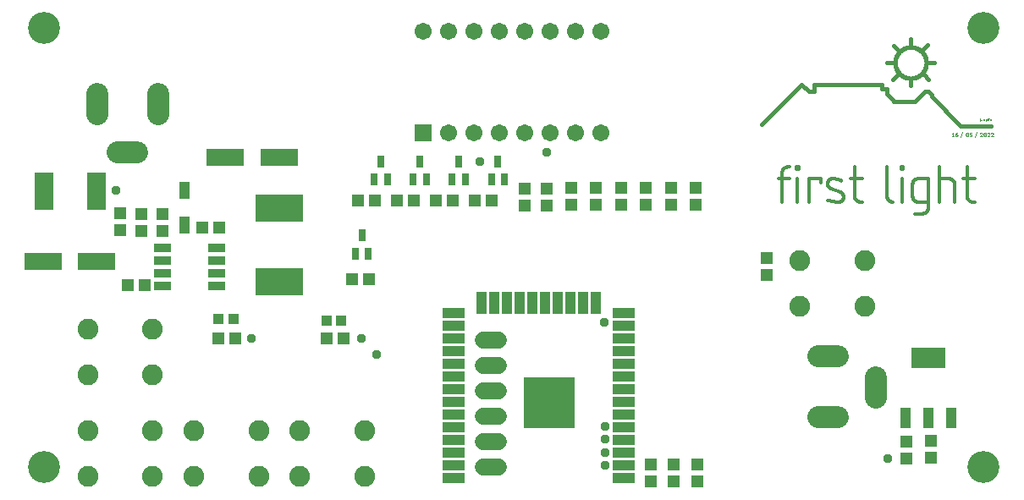
<source format=gbr>
G04 EAGLE Gerber RS-274X export*
G75*
%MOMM*%
%FSLAX34Y34*%
%LPD*%
%INSoldermask Top*%
%IPPOS*%
%AMOC8*
5,1,8,0,0,1.08239X$1,22.5*%
G01*
%ADD10C,3.203200*%
%ADD11C,0.406400*%
%ADD12C,0.025400*%
%ADD13C,0.304800*%
%ADD14R,1.203200X1.303200*%
%ADD15R,3.703200X1.803200*%
%ADD16R,1.303200X1.203200*%
%ADD17R,1.003200X1.803200*%
%ADD18R,1.981200X3.708400*%
%ADD19R,1.728200X0.903200*%
%ADD20C,2.203200*%
%ADD21R,1.003200X1.003200*%
%ADD22R,1.103200X2.003200*%
%ADD23R,3.403200X2.003200*%
%ADD24C,2.082800*%
%ADD25R,0.703200X1.203200*%
%ADD26R,1.711200X1.711200*%
%ADD27C,1.711200*%
%ADD28R,4.703200X2.703200*%
%ADD29R,2.203200X1.103200*%
%ADD30R,1.103200X2.203200*%
%ADD31R,5.203200X5.203200*%
%ADD32C,1.727200*%
%ADD33C,0.959600*%


D10*
X970000Y470000D03*
X970000Y30000D03*
X30000Y470000D03*
X30000Y30000D03*
D11*
X947000Y372000D02*
X977000Y372000D01*
X788000Y413000D02*
X748000Y373000D01*
X788000Y413000D02*
X795000Y406000D01*
X800000Y406000D01*
X800000Y413000D01*
X868000Y413000D01*
X868000Y409000D01*
X873000Y409000D01*
X873000Y404000D01*
X880000Y397000D01*
X880000Y396000D01*
X901000Y396000D01*
X911000Y406000D01*
X915000Y406000D01*
X918000Y403000D01*
X918000Y401000D01*
X947000Y372000D01*
X881380Y435000D02*
X881385Y435383D01*
X881399Y435766D01*
X881422Y436149D01*
X881455Y436531D01*
X881497Y436912D01*
X881549Y437292D01*
X881610Y437670D01*
X881680Y438047D01*
X881760Y438422D01*
X881848Y438795D01*
X881946Y439166D01*
X882053Y439534D01*
X882168Y439900D01*
X882293Y440262D01*
X882427Y440622D01*
X882569Y440978D01*
X882720Y441330D01*
X882880Y441678D01*
X883048Y442023D01*
X883224Y442363D01*
X883409Y442699D01*
X883602Y443030D01*
X883803Y443357D01*
X884012Y443678D01*
X884229Y443994D01*
X884454Y444305D01*
X884686Y444610D01*
X884926Y444909D01*
X885172Y445203D01*
X885426Y445490D01*
X885687Y445771D01*
X885955Y446045D01*
X886229Y446313D01*
X886510Y446574D01*
X886797Y446828D01*
X887091Y447074D01*
X887390Y447314D01*
X887695Y447546D01*
X888006Y447771D01*
X888322Y447988D01*
X888643Y448197D01*
X888970Y448398D01*
X889301Y448591D01*
X889637Y448776D01*
X889977Y448952D01*
X890322Y449120D01*
X890670Y449280D01*
X891022Y449431D01*
X891378Y449573D01*
X891738Y449707D01*
X892100Y449832D01*
X892466Y449947D01*
X892834Y450054D01*
X893205Y450152D01*
X893578Y450240D01*
X893953Y450320D01*
X894330Y450390D01*
X894708Y450451D01*
X895088Y450503D01*
X895469Y450545D01*
X895851Y450578D01*
X896234Y450601D01*
X896617Y450615D01*
X897000Y450620D01*
X897383Y450615D01*
X897766Y450601D01*
X898149Y450578D01*
X898531Y450545D01*
X898912Y450503D01*
X899292Y450451D01*
X899670Y450390D01*
X900047Y450320D01*
X900422Y450240D01*
X900795Y450152D01*
X901166Y450054D01*
X901534Y449947D01*
X901900Y449832D01*
X902262Y449707D01*
X902622Y449573D01*
X902978Y449431D01*
X903330Y449280D01*
X903678Y449120D01*
X904023Y448952D01*
X904363Y448776D01*
X904699Y448591D01*
X905030Y448398D01*
X905357Y448197D01*
X905678Y447988D01*
X905994Y447771D01*
X906305Y447546D01*
X906610Y447314D01*
X906909Y447074D01*
X907203Y446828D01*
X907490Y446574D01*
X907771Y446313D01*
X908045Y446045D01*
X908313Y445771D01*
X908574Y445490D01*
X908828Y445203D01*
X909074Y444909D01*
X909314Y444610D01*
X909546Y444305D01*
X909771Y443994D01*
X909988Y443678D01*
X910197Y443357D01*
X910398Y443030D01*
X910591Y442699D01*
X910776Y442363D01*
X910952Y442023D01*
X911120Y441678D01*
X911280Y441330D01*
X911431Y440978D01*
X911573Y440622D01*
X911707Y440262D01*
X911832Y439900D01*
X911947Y439534D01*
X912054Y439166D01*
X912152Y438795D01*
X912240Y438422D01*
X912320Y438047D01*
X912390Y437670D01*
X912451Y437292D01*
X912503Y436912D01*
X912545Y436531D01*
X912578Y436149D01*
X912601Y435766D01*
X912615Y435383D01*
X912620Y435000D01*
X912615Y434617D01*
X912601Y434234D01*
X912578Y433851D01*
X912545Y433469D01*
X912503Y433088D01*
X912451Y432708D01*
X912390Y432330D01*
X912320Y431953D01*
X912240Y431578D01*
X912152Y431205D01*
X912054Y430834D01*
X911947Y430466D01*
X911832Y430100D01*
X911707Y429738D01*
X911573Y429378D01*
X911431Y429022D01*
X911280Y428670D01*
X911120Y428322D01*
X910952Y427977D01*
X910776Y427637D01*
X910591Y427301D01*
X910398Y426970D01*
X910197Y426643D01*
X909988Y426322D01*
X909771Y426006D01*
X909546Y425695D01*
X909314Y425390D01*
X909074Y425091D01*
X908828Y424797D01*
X908574Y424510D01*
X908313Y424229D01*
X908045Y423955D01*
X907771Y423687D01*
X907490Y423426D01*
X907203Y423172D01*
X906909Y422926D01*
X906610Y422686D01*
X906305Y422454D01*
X905994Y422229D01*
X905678Y422012D01*
X905357Y421803D01*
X905030Y421602D01*
X904699Y421409D01*
X904363Y421224D01*
X904023Y421048D01*
X903678Y420880D01*
X903330Y420720D01*
X902978Y420569D01*
X902622Y420427D01*
X902262Y420293D01*
X901900Y420168D01*
X901534Y420053D01*
X901166Y419946D01*
X900795Y419848D01*
X900422Y419760D01*
X900047Y419680D01*
X899670Y419610D01*
X899292Y419549D01*
X898912Y419497D01*
X898531Y419455D01*
X898149Y419422D01*
X897766Y419399D01*
X897383Y419385D01*
X897000Y419380D01*
X896617Y419385D01*
X896234Y419399D01*
X895851Y419422D01*
X895469Y419455D01*
X895088Y419497D01*
X894708Y419549D01*
X894330Y419610D01*
X893953Y419680D01*
X893578Y419760D01*
X893205Y419848D01*
X892834Y419946D01*
X892466Y420053D01*
X892100Y420168D01*
X891738Y420293D01*
X891378Y420427D01*
X891022Y420569D01*
X890670Y420720D01*
X890322Y420880D01*
X889977Y421048D01*
X889637Y421224D01*
X889301Y421409D01*
X888970Y421602D01*
X888643Y421803D01*
X888322Y422012D01*
X888006Y422229D01*
X887695Y422454D01*
X887390Y422686D01*
X887091Y422926D01*
X886797Y423172D01*
X886510Y423426D01*
X886229Y423687D01*
X885955Y423955D01*
X885687Y424229D01*
X885426Y424510D01*
X885172Y424797D01*
X884926Y425091D01*
X884686Y425390D01*
X884454Y425695D01*
X884229Y426006D01*
X884012Y426322D01*
X883803Y426643D01*
X883602Y426970D01*
X883409Y427301D01*
X883224Y427637D01*
X883048Y427977D01*
X882880Y428322D01*
X882720Y428670D01*
X882569Y429022D01*
X882427Y429378D01*
X882293Y429738D01*
X882168Y430100D01*
X882053Y430466D01*
X881946Y430834D01*
X881848Y431205D01*
X881760Y431578D01*
X881680Y431953D01*
X881610Y432330D01*
X881549Y432708D01*
X881497Y433088D01*
X881455Y433469D01*
X881422Y433851D01*
X881399Y434234D01*
X881385Y434617D01*
X881380Y435000D01*
X897000Y417000D02*
X897000Y412000D01*
X897000Y454000D02*
X897000Y459000D01*
X878000Y435000D02*
X873000Y435000D01*
X916000Y435000D02*
X921000Y435000D01*
X883000Y422000D02*
X879000Y418000D01*
X910000Y449000D02*
X914000Y453000D01*
X911000Y422000D02*
X915000Y418000D01*
X884000Y448000D02*
X880000Y452000D01*
D12*
X966635Y378651D02*
X966635Y376746D01*
X966633Y376709D01*
X966628Y376672D01*
X966619Y376635D01*
X966606Y376600D01*
X966590Y376566D01*
X966571Y376534D01*
X966549Y376504D01*
X966523Y376477D01*
X966496Y376451D01*
X966466Y376429D01*
X966434Y376410D01*
X966400Y376394D01*
X966365Y376381D01*
X966328Y376372D01*
X966291Y376367D01*
X966254Y376365D01*
X966127Y376365D01*
X966572Y379286D02*
X966572Y379413D01*
X966699Y379413D01*
X966699Y379286D01*
X966572Y379286D01*
X967530Y377254D02*
X967530Y377127D01*
X967530Y377254D02*
X967657Y377254D01*
X967657Y377127D01*
X967530Y377127D01*
X970108Y377127D02*
X969727Y378651D01*
X970489Y378143D02*
X970108Y377127D01*
X970870Y377127D02*
X970489Y378143D01*
X971251Y378651D02*
X970870Y377127D01*
X972115Y376365D02*
X972369Y376365D01*
X973131Y378651D01*
X972115Y378651D02*
X972623Y377127D01*
X974044Y377508D02*
X974044Y379413D01*
X974044Y377508D02*
X974046Y377471D01*
X974051Y377434D01*
X974060Y377397D01*
X974073Y377362D01*
X974089Y377328D01*
X974108Y377296D01*
X974130Y377266D01*
X974156Y377239D01*
X974183Y377213D01*
X974213Y377191D01*
X974245Y377172D01*
X974279Y377156D01*
X974314Y377143D01*
X974351Y377134D01*
X974388Y377129D01*
X974425Y377127D01*
X975214Y377127D02*
X975214Y378651D01*
X975150Y379286D02*
X975150Y379413D01*
X975277Y379413D01*
X975277Y379286D01*
X975150Y379286D01*
X976534Y377127D02*
X977169Y377127D01*
X976534Y377127D02*
X976497Y377129D01*
X976460Y377134D01*
X976423Y377143D01*
X976388Y377156D01*
X976354Y377172D01*
X976322Y377191D01*
X976292Y377213D01*
X976265Y377239D01*
X976239Y377266D01*
X976217Y377296D01*
X976198Y377328D01*
X976182Y377362D01*
X976169Y377397D01*
X976160Y377434D01*
X976155Y377471D01*
X976153Y377508D01*
X976153Y378143D01*
X976155Y378187D01*
X976161Y378231D01*
X976170Y378274D01*
X976184Y378317D01*
X976201Y378358D01*
X976221Y378397D01*
X976245Y378434D01*
X976272Y378470D01*
X976302Y378502D01*
X976334Y378532D01*
X976370Y378559D01*
X976407Y378583D01*
X976446Y378603D01*
X976487Y378620D01*
X976530Y378634D01*
X976573Y378643D01*
X976617Y378649D01*
X976661Y378651D01*
X976705Y378649D01*
X976749Y378643D01*
X976792Y378634D01*
X976835Y378620D01*
X976876Y378603D01*
X976915Y378583D01*
X976952Y378559D01*
X976988Y378532D01*
X977020Y378502D01*
X977050Y378470D01*
X977077Y378434D01*
X977101Y378397D01*
X977121Y378358D01*
X977138Y378317D01*
X977152Y378274D01*
X977161Y378231D01*
X977167Y378187D01*
X977169Y378143D01*
X977169Y377889D01*
X976153Y377889D01*
X939185Y364937D02*
X938127Y364090D01*
X939185Y364937D02*
X939185Y361127D01*
X938127Y361127D02*
X940244Y361127D01*
X941785Y363244D02*
X943055Y363244D01*
X943110Y363242D01*
X943166Y363237D01*
X943220Y363228D01*
X943274Y363215D01*
X943327Y363199D01*
X943379Y363180D01*
X943430Y363157D01*
X943479Y363131D01*
X943526Y363101D01*
X943571Y363069D01*
X943613Y363034D01*
X943654Y362996D01*
X943692Y362955D01*
X943727Y362913D01*
X943759Y362868D01*
X943789Y362821D01*
X943815Y362772D01*
X943838Y362721D01*
X943857Y362669D01*
X943873Y362616D01*
X943886Y362562D01*
X943895Y362508D01*
X943900Y362452D01*
X943902Y362397D01*
X943901Y362397D02*
X943901Y362185D01*
X943899Y362121D01*
X943893Y362057D01*
X943884Y361994D01*
X943870Y361932D01*
X943853Y361870D01*
X943832Y361810D01*
X943808Y361751D01*
X943780Y361693D01*
X943748Y361638D01*
X943714Y361584D01*
X943676Y361533D01*
X943635Y361483D01*
X943591Y361437D01*
X943545Y361393D01*
X943495Y361352D01*
X943444Y361314D01*
X943390Y361280D01*
X943335Y361248D01*
X943277Y361220D01*
X943218Y361196D01*
X943158Y361175D01*
X943096Y361158D01*
X943034Y361144D01*
X942971Y361135D01*
X942907Y361129D01*
X942843Y361127D01*
X942779Y361129D01*
X942715Y361135D01*
X942652Y361144D01*
X942590Y361158D01*
X942528Y361175D01*
X942468Y361196D01*
X942409Y361220D01*
X942351Y361248D01*
X942296Y361280D01*
X942242Y361314D01*
X942191Y361352D01*
X942141Y361393D01*
X942095Y361437D01*
X942051Y361483D01*
X942010Y361533D01*
X941972Y361584D01*
X941938Y361638D01*
X941906Y361693D01*
X941878Y361751D01*
X941854Y361810D01*
X941833Y361870D01*
X941816Y361932D01*
X941802Y361994D01*
X941793Y362057D01*
X941787Y362121D01*
X941785Y362185D01*
X941785Y363244D01*
X941787Y363325D01*
X941793Y363405D01*
X941802Y363485D01*
X941816Y363564D01*
X941833Y363643D01*
X941854Y363721D01*
X941878Y363798D01*
X941906Y363873D01*
X941938Y363947D01*
X941973Y364020D01*
X942012Y364090D01*
X942054Y364159D01*
X942099Y364226D01*
X942147Y364291D01*
X942199Y364353D01*
X942253Y364412D01*
X942310Y364469D01*
X942369Y364523D01*
X942431Y364575D01*
X942496Y364623D01*
X942563Y364668D01*
X942631Y364710D01*
X942702Y364749D01*
X942775Y364784D01*
X942849Y364816D01*
X942924Y364844D01*
X943001Y364868D01*
X943079Y364889D01*
X943158Y364906D01*
X943237Y364920D01*
X943317Y364929D01*
X943397Y364935D01*
X943478Y364937D01*
X948932Y365360D02*
X947239Y360704D01*
X952269Y363032D02*
X952271Y363142D01*
X952277Y363251D01*
X952286Y363360D01*
X952300Y363469D01*
X952317Y363577D01*
X952338Y363685D01*
X952362Y363791D01*
X952391Y363897D01*
X952423Y364002D01*
X952458Y364106D01*
X952497Y364208D01*
X952540Y364309D01*
X952587Y364408D01*
X952607Y364458D01*
X952629Y364507D01*
X952655Y364555D01*
X952684Y364600D01*
X952717Y364643D01*
X952752Y364684D01*
X952790Y364723D01*
X952830Y364758D01*
X952873Y364791D01*
X952918Y364821D01*
X952965Y364848D01*
X953013Y364871D01*
X953063Y364891D01*
X953115Y364907D01*
X953167Y364920D01*
X953220Y364930D01*
X953274Y364935D01*
X953328Y364937D01*
X953382Y364935D01*
X953436Y364930D01*
X953489Y364920D01*
X953541Y364907D01*
X953593Y364891D01*
X953643Y364871D01*
X953691Y364848D01*
X953738Y364821D01*
X953783Y364791D01*
X953826Y364758D01*
X953866Y364723D01*
X953904Y364684D01*
X953939Y364643D01*
X953972Y364600D01*
X954001Y364555D01*
X954027Y364507D01*
X954049Y364458D01*
X954069Y364408D01*
X954116Y364309D01*
X954159Y364208D01*
X954198Y364106D01*
X954233Y364002D01*
X954265Y363897D01*
X954294Y363791D01*
X954318Y363685D01*
X954339Y363577D01*
X954356Y363469D01*
X954370Y363360D01*
X954379Y363251D01*
X954385Y363142D01*
X954387Y363032D01*
X952269Y363032D02*
X952271Y362922D01*
X952277Y362813D01*
X952286Y362704D01*
X952300Y362595D01*
X952317Y362487D01*
X952338Y362379D01*
X952362Y362273D01*
X952391Y362167D01*
X952423Y362062D01*
X952458Y361959D01*
X952497Y361856D01*
X952540Y361755D01*
X952587Y361656D01*
X952607Y361606D01*
X952629Y361557D01*
X952655Y361509D01*
X952684Y361464D01*
X952717Y361421D01*
X952752Y361380D01*
X952790Y361341D01*
X952830Y361306D01*
X952873Y361273D01*
X952918Y361243D01*
X952965Y361216D01*
X953013Y361193D01*
X953063Y361173D01*
X953115Y361157D01*
X953167Y361144D01*
X953220Y361134D01*
X953274Y361129D01*
X953328Y361127D01*
X954068Y361656D02*
X954115Y361755D01*
X954158Y361856D01*
X954197Y361959D01*
X954232Y362062D01*
X954264Y362167D01*
X954293Y362273D01*
X954317Y362379D01*
X954338Y362487D01*
X954355Y362595D01*
X954369Y362704D01*
X954378Y362813D01*
X954384Y362922D01*
X954386Y363032D01*
X954069Y361656D02*
X954049Y361606D01*
X954027Y361557D01*
X954001Y361509D01*
X953972Y361464D01*
X953939Y361421D01*
X953904Y361380D01*
X953866Y361341D01*
X953826Y361306D01*
X953783Y361273D01*
X953738Y361243D01*
X953691Y361216D01*
X953643Y361193D01*
X953593Y361173D01*
X953541Y361157D01*
X953489Y361144D01*
X953436Y361134D01*
X953382Y361129D01*
X953328Y361127D01*
X952481Y361974D02*
X954175Y364090D01*
X955927Y361127D02*
X957197Y361127D01*
X957252Y361129D01*
X957308Y361134D01*
X957362Y361143D01*
X957416Y361156D01*
X957469Y361172D01*
X957521Y361191D01*
X957572Y361214D01*
X957621Y361240D01*
X957668Y361270D01*
X957713Y361302D01*
X957755Y361337D01*
X957796Y361375D01*
X957834Y361416D01*
X957869Y361458D01*
X957901Y361503D01*
X957931Y361551D01*
X957957Y361599D01*
X957980Y361650D01*
X957999Y361702D01*
X958015Y361755D01*
X958028Y361809D01*
X958037Y361863D01*
X958042Y361919D01*
X958044Y361974D01*
X958044Y362397D01*
X958042Y362452D01*
X958037Y362508D01*
X958028Y362562D01*
X958015Y362616D01*
X957999Y362669D01*
X957980Y362721D01*
X957957Y362772D01*
X957931Y362821D01*
X957901Y362868D01*
X957869Y362913D01*
X957834Y362955D01*
X957796Y362996D01*
X957755Y363034D01*
X957713Y363069D01*
X957668Y363101D01*
X957621Y363131D01*
X957572Y363157D01*
X957521Y363180D01*
X957469Y363199D01*
X957416Y363215D01*
X957362Y363228D01*
X957308Y363237D01*
X957252Y363242D01*
X957197Y363244D01*
X955927Y363244D01*
X955927Y364937D01*
X958044Y364937D01*
X963075Y365360D02*
X961381Y360704D01*
X967576Y364938D02*
X967636Y364936D01*
X967695Y364930D01*
X967755Y364921D01*
X967813Y364908D01*
X967870Y364891D01*
X967927Y364871D01*
X967982Y364847D01*
X968035Y364820D01*
X968087Y364790D01*
X968136Y364756D01*
X968183Y364719D01*
X968228Y364680D01*
X968271Y364637D01*
X968310Y364592D01*
X968347Y364545D01*
X968381Y364496D01*
X968411Y364444D01*
X968438Y364391D01*
X968462Y364336D01*
X968482Y364279D01*
X968499Y364222D01*
X968512Y364164D01*
X968521Y364104D01*
X968527Y364045D01*
X968529Y363985D01*
X967576Y364937D02*
X967509Y364935D01*
X967442Y364930D01*
X967376Y364921D01*
X967310Y364908D01*
X967246Y364892D01*
X967182Y364872D01*
X967119Y364848D01*
X967057Y364822D01*
X966998Y364792D01*
X966940Y364759D01*
X966883Y364722D01*
X966829Y364683D01*
X966777Y364641D01*
X966728Y364596D01*
X966681Y364548D01*
X966637Y364498D01*
X966595Y364445D01*
X966557Y364390D01*
X966521Y364334D01*
X966489Y364275D01*
X966460Y364215D01*
X966434Y364153D01*
X966412Y364090D01*
X968212Y363244D02*
X968253Y363286D01*
X968292Y363331D01*
X968329Y363377D01*
X968363Y363426D01*
X968394Y363476D01*
X968421Y363528D01*
X968446Y363582D01*
X968468Y363637D01*
X968487Y363693D01*
X968502Y363750D01*
X968514Y363808D01*
X968522Y363867D01*
X968527Y363926D01*
X968529Y363985D01*
X968211Y363244D02*
X966412Y361127D01*
X968529Y361127D01*
X970069Y363032D02*
X970071Y363142D01*
X970077Y363251D01*
X970086Y363360D01*
X970100Y363469D01*
X970117Y363577D01*
X970138Y363685D01*
X970162Y363791D01*
X970191Y363897D01*
X970223Y364002D01*
X970258Y364106D01*
X970297Y364208D01*
X970340Y364309D01*
X970387Y364408D01*
X970407Y364458D01*
X970429Y364507D01*
X970455Y364555D01*
X970484Y364600D01*
X970517Y364643D01*
X970552Y364684D01*
X970590Y364723D01*
X970630Y364758D01*
X970673Y364791D01*
X970718Y364821D01*
X970765Y364848D01*
X970813Y364871D01*
X970863Y364891D01*
X970915Y364907D01*
X970967Y364920D01*
X971020Y364930D01*
X971074Y364935D01*
X971128Y364937D01*
X971182Y364935D01*
X971236Y364930D01*
X971289Y364920D01*
X971341Y364907D01*
X971393Y364891D01*
X971443Y364871D01*
X971491Y364848D01*
X971538Y364821D01*
X971583Y364791D01*
X971626Y364758D01*
X971666Y364723D01*
X971704Y364684D01*
X971739Y364643D01*
X971772Y364600D01*
X971801Y364555D01*
X971827Y364507D01*
X971849Y364458D01*
X971869Y364408D01*
X971916Y364309D01*
X971959Y364208D01*
X971998Y364106D01*
X972033Y364002D01*
X972065Y363897D01*
X972094Y363791D01*
X972118Y363685D01*
X972139Y363577D01*
X972156Y363469D01*
X972170Y363360D01*
X972179Y363251D01*
X972185Y363142D01*
X972187Y363032D01*
X970070Y363032D02*
X970072Y362922D01*
X970078Y362813D01*
X970087Y362704D01*
X970101Y362595D01*
X970118Y362487D01*
X970139Y362379D01*
X970163Y362273D01*
X970192Y362167D01*
X970224Y362062D01*
X970259Y361959D01*
X970298Y361856D01*
X970341Y361755D01*
X970388Y361656D01*
X970387Y361656D02*
X970407Y361606D01*
X970429Y361557D01*
X970455Y361509D01*
X970484Y361464D01*
X970517Y361421D01*
X970552Y361380D01*
X970590Y361341D01*
X970630Y361306D01*
X970673Y361273D01*
X970718Y361243D01*
X970765Y361216D01*
X970813Y361193D01*
X970863Y361173D01*
X970915Y361157D01*
X970967Y361144D01*
X971020Y361134D01*
X971074Y361129D01*
X971128Y361127D01*
X971869Y361656D02*
X971916Y361755D01*
X971959Y361856D01*
X971998Y361959D01*
X972033Y362062D01*
X972065Y362167D01*
X972094Y362273D01*
X972118Y362379D01*
X972139Y362487D01*
X972156Y362595D01*
X972170Y362704D01*
X972179Y362813D01*
X972185Y362922D01*
X972187Y363032D01*
X971869Y361656D02*
X971849Y361606D01*
X971827Y361557D01*
X971801Y361509D01*
X971772Y361464D01*
X971739Y361421D01*
X971704Y361380D01*
X971666Y361341D01*
X971626Y361306D01*
X971583Y361273D01*
X971538Y361243D01*
X971491Y361216D01*
X971443Y361193D01*
X971393Y361173D01*
X971341Y361157D01*
X971289Y361144D01*
X971236Y361134D01*
X971182Y361129D01*
X971128Y361127D01*
X970282Y361974D02*
X971975Y364090D01*
X974892Y364938D02*
X974952Y364936D01*
X975011Y364930D01*
X975071Y364921D01*
X975129Y364908D01*
X975186Y364891D01*
X975243Y364871D01*
X975298Y364847D01*
X975351Y364820D01*
X975403Y364790D01*
X975452Y364756D01*
X975499Y364719D01*
X975544Y364680D01*
X975587Y364637D01*
X975626Y364592D01*
X975663Y364545D01*
X975697Y364496D01*
X975727Y364444D01*
X975754Y364391D01*
X975778Y364336D01*
X975798Y364279D01*
X975815Y364222D01*
X975828Y364164D01*
X975837Y364104D01*
X975843Y364045D01*
X975845Y363985D01*
X974892Y364937D02*
X974825Y364935D01*
X974758Y364930D01*
X974692Y364921D01*
X974626Y364908D01*
X974562Y364892D01*
X974498Y364872D01*
X974435Y364848D01*
X974373Y364822D01*
X974314Y364792D01*
X974256Y364759D01*
X974199Y364722D01*
X974145Y364683D01*
X974093Y364641D01*
X974044Y364596D01*
X973997Y364548D01*
X973953Y364498D01*
X973911Y364445D01*
X973873Y364390D01*
X973837Y364334D01*
X973805Y364275D01*
X973776Y364215D01*
X973750Y364153D01*
X973728Y364090D01*
X975527Y363244D02*
X975568Y363286D01*
X975607Y363331D01*
X975644Y363377D01*
X975678Y363426D01*
X975709Y363476D01*
X975736Y363528D01*
X975761Y363582D01*
X975783Y363637D01*
X975802Y363693D01*
X975817Y363750D01*
X975829Y363808D01*
X975837Y363867D01*
X975842Y363926D01*
X975844Y363985D01*
X975527Y363244D02*
X973727Y361127D01*
X975844Y361127D01*
X979502Y363985D02*
X979500Y364045D01*
X979494Y364104D01*
X979485Y364164D01*
X979472Y364222D01*
X979455Y364279D01*
X979435Y364336D01*
X979411Y364391D01*
X979384Y364444D01*
X979354Y364496D01*
X979320Y364545D01*
X979283Y364592D01*
X979244Y364637D01*
X979201Y364680D01*
X979156Y364719D01*
X979109Y364756D01*
X979060Y364790D01*
X979008Y364820D01*
X978955Y364847D01*
X978900Y364871D01*
X978843Y364891D01*
X978786Y364908D01*
X978728Y364921D01*
X978668Y364930D01*
X978609Y364936D01*
X978549Y364938D01*
X978549Y364937D02*
X978482Y364935D01*
X978415Y364930D01*
X978349Y364921D01*
X978283Y364908D01*
X978219Y364892D01*
X978155Y364872D01*
X978092Y364848D01*
X978030Y364822D01*
X977971Y364792D01*
X977913Y364759D01*
X977856Y364722D01*
X977802Y364683D01*
X977750Y364641D01*
X977701Y364596D01*
X977654Y364548D01*
X977610Y364498D01*
X977568Y364445D01*
X977530Y364390D01*
X977494Y364334D01*
X977462Y364275D01*
X977433Y364215D01*
X977407Y364153D01*
X977385Y364090D01*
X979185Y363244D02*
X979226Y363286D01*
X979265Y363331D01*
X979302Y363377D01*
X979336Y363426D01*
X979367Y363476D01*
X979394Y363528D01*
X979419Y363582D01*
X979441Y363637D01*
X979460Y363693D01*
X979475Y363750D01*
X979487Y363808D01*
X979495Y363867D01*
X979500Y363926D01*
X979502Y363985D01*
X979184Y363244D02*
X977385Y361127D01*
X979502Y361127D01*
D13*
X768419Y324734D02*
X768419Y295524D01*
X768419Y324734D02*
X768421Y324884D01*
X768427Y325035D01*
X768436Y325185D01*
X768450Y325335D01*
X768467Y325484D01*
X768489Y325633D01*
X768514Y325781D01*
X768543Y325929D01*
X768575Y326076D01*
X768612Y326222D01*
X768652Y326367D01*
X768696Y326511D01*
X768743Y326653D01*
X768795Y326795D01*
X768849Y326935D01*
X768908Y327073D01*
X768970Y327211D01*
X769035Y327346D01*
X769104Y327480D01*
X769177Y327611D01*
X769253Y327741D01*
X769332Y327869D01*
X769414Y327995D01*
X769500Y328119D01*
X769588Y328240D01*
X769680Y328360D01*
X769775Y328476D01*
X769873Y328591D01*
X769974Y328702D01*
X770077Y328811D01*
X770184Y328918D01*
X770293Y329021D01*
X770404Y329122D01*
X770519Y329220D01*
X770635Y329315D01*
X770755Y329407D01*
X770876Y329495D01*
X771000Y329581D01*
X771126Y329663D01*
X771254Y329742D01*
X771384Y329818D01*
X771515Y329891D01*
X771649Y329960D01*
X771784Y330025D01*
X771922Y330087D01*
X772060Y330146D01*
X772200Y330200D01*
X772342Y330252D01*
X772484Y330299D01*
X772628Y330343D01*
X772773Y330383D01*
X772919Y330420D01*
X773066Y330452D01*
X773214Y330481D01*
X773362Y330506D01*
X773511Y330528D01*
X773660Y330545D01*
X773810Y330559D01*
X773960Y330568D01*
X774111Y330574D01*
X774261Y330576D01*
X776208Y330576D01*
X776208Y318892D02*
X764524Y318892D01*
X783828Y318892D02*
X783828Y295524D01*
X782854Y328629D02*
X782854Y330576D01*
X784802Y330576D01*
X784802Y328629D01*
X782854Y328629D01*
X795055Y318892D02*
X795055Y295524D01*
X795055Y318892D02*
X806739Y318892D01*
X806739Y314997D01*
X817060Y309155D02*
X826796Y305261D01*
X817060Y309155D02*
X816929Y309210D01*
X816800Y309268D01*
X816673Y309329D01*
X816547Y309394D01*
X816423Y309463D01*
X816301Y309535D01*
X816182Y309611D01*
X816064Y309690D01*
X815949Y309772D01*
X815836Y309857D01*
X815725Y309945D01*
X815617Y310037D01*
X815512Y310131D01*
X815409Y310229D01*
X815309Y310329D01*
X815212Y310432D01*
X815118Y310538D01*
X815027Y310646D01*
X814939Y310757D01*
X814854Y310870D01*
X814772Y310986D01*
X814694Y311103D01*
X814619Y311223D01*
X814547Y311345D01*
X814479Y311469D01*
X814414Y311595D01*
X814353Y311723D01*
X814295Y311852D01*
X814241Y311983D01*
X814191Y312115D01*
X814144Y312249D01*
X814101Y312384D01*
X814062Y312520D01*
X814027Y312657D01*
X813996Y312795D01*
X813969Y312934D01*
X813945Y313073D01*
X813925Y313214D01*
X813910Y313354D01*
X813898Y313495D01*
X813890Y313637D01*
X813886Y313778D01*
X813887Y313920D01*
X813891Y314061D01*
X813899Y314202D01*
X813911Y314343D01*
X813927Y314484D01*
X813947Y314624D01*
X813971Y314764D01*
X813998Y314902D01*
X814030Y315040D01*
X814066Y315177D01*
X814105Y315313D01*
X814148Y315448D01*
X814195Y315582D01*
X814245Y315714D01*
X814300Y315845D01*
X814358Y315974D01*
X814419Y316101D01*
X814484Y316227D01*
X814553Y316351D01*
X814625Y316473D01*
X814700Y316592D01*
X814779Y316710D01*
X814861Y316825D01*
X814946Y316938D01*
X815035Y317049D01*
X815126Y317157D01*
X815220Y317263D01*
X815318Y317365D01*
X815418Y317465D01*
X815521Y317563D01*
X815626Y317657D01*
X815735Y317748D01*
X815845Y317836D01*
X815958Y317921D01*
X816074Y318003D01*
X816192Y318082D01*
X816311Y318157D01*
X816433Y318229D01*
X816557Y318297D01*
X816683Y318362D01*
X816811Y318423D01*
X816940Y318481D01*
X817071Y318535D01*
X817203Y318586D01*
X817337Y318632D01*
X817471Y318675D01*
X817607Y318714D01*
X817745Y318750D01*
X817883Y318781D01*
X818021Y318809D01*
X818161Y318832D01*
X818301Y318852D01*
X818442Y318868D01*
X818583Y318880D01*
X818724Y318888D01*
X818866Y318892D01*
X819007Y318891D01*
X819007Y318892D02*
X819538Y318878D01*
X820069Y318851D01*
X820600Y318811D01*
X821129Y318759D01*
X821657Y318694D01*
X822183Y318617D01*
X822707Y318526D01*
X823228Y318424D01*
X823747Y318308D01*
X824264Y318180D01*
X824776Y318040D01*
X825286Y317888D01*
X825791Y317723D01*
X826293Y317546D01*
X826790Y317358D01*
X827282Y317157D01*
X827770Y316944D01*
X826796Y305261D02*
X826927Y305206D01*
X827056Y305148D01*
X827183Y305087D01*
X827309Y305022D01*
X827433Y304953D01*
X827554Y304881D01*
X827674Y304805D01*
X827792Y304726D01*
X827907Y304644D01*
X828020Y304559D01*
X828131Y304471D01*
X828239Y304379D01*
X828344Y304285D01*
X828447Y304187D01*
X828547Y304087D01*
X828644Y303984D01*
X828738Y303878D01*
X828829Y303770D01*
X828917Y303659D01*
X829002Y303546D01*
X829084Y303430D01*
X829162Y303313D01*
X829237Y303193D01*
X829309Y303071D01*
X829377Y302947D01*
X829442Y302821D01*
X829503Y302693D01*
X829561Y302564D01*
X829615Y302433D01*
X829665Y302301D01*
X829712Y302167D01*
X829755Y302032D01*
X829794Y301896D01*
X829829Y301759D01*
X829860Y301621D01*
X829887Y301482D01*
X829911Y301343D01*
X829931Y301202D01*
X829946Y301062D01*
X829958Y300921D01*
X829966Y300779D01*
X829970Y300638D01*
X829969Y300496D01*
X829965Y300355D01*
X829957Y300214D01*
X829945Y300073D01*
X829929Y299932D01*
X829909Y299792D01*
X829885Y299652D01*
X829858Y299514D01*
X829826Y299376D01*
X829790Y299239D01*
X829751Y299103D01*
X829708Y298968D01*
X829661Y298834D01*
X829611Y298702D01*
X829556Y298571D01*
X829498Y298442D01*
X829437Y298315D01*
X829372Y298189D01*
X829303Y298065D01*
X829231Y297943D01*
X829156Y297824D01*
X829077Y297706D01*
X828995Y297591D01*
X828910Y297478D01*
X828821Y297367D01*
X828730Y297259D01*
X828636Y297153D01*
X828538Y297051D01*
X828438Y296951D01*
X828335Y296853D01*
X828230Y296759D01*
X828122Y296668D01*
X828011Y296580D01*
X827898Y296495D01*
X827782Y296413D01*
X827664Y296334D01*
X827545Y296259D01*
X827423Y296187D01*
X827299Y296119D01*
X827173Y296054D01*
X827045Y295993D01*
X826916Y295935D01*
X826785Y295881D01*
X826653Y295830D01*
X826519Y295784D01*
X826385Y295741D01*
X826249Y295702D01*
X826111Y295666D01*
X825973Y295635D01*
X825835Y295607D01*
X825695Y295584D01*
X825555Y295564D01*
X825414Y295548D01*
X825273Y295536D01*
X825132Y295528D01*
X824990Y295524D01*
X824849Y295525D01*
X824849Y295524D02*
X824069Y295545D01*
X823288Y295584D01*
X822509Y295641D01*
X821732Y295717D01*
X820957Y295811D01*
X820184Y295923D01*
X819414Y296054D01*
X818647Y296202D01*
X817884Y296369D01*
X817125Y296554D01*
X816370Y296757D01*
X815621Y296978D01*
X814877Y297216D01*
X814139Y297472D01*
X837083Y318892D02*
X848767Y318892D01*
X840978Y330576D02*
X840978Y301366D01*
X840980Y301216D01*
X840986Y301065D01*
X840995Y300915D01*
X841009Y300765D01*
X841026Y300616D01*
X841048Y300467D01*
X841073Y300319D01*
X841102Y300171D01*
X841134Y300024D01*
X841171Y299878D01*
X841211Y299733D01*
X841255Y299589D01*
X841302Y299447D01*
X841354Y299305D01*
X841408Y299165D01*
X841467Y299027D01*
X841529Y298889D01*
X841594Y298754D01*
X841663Y298620D01*
X841736Y298489D01*
X841812Y298359D01*
X841891Y298231D01*
X841973Y298105D01*
X842059Y297981D01*
X842147Y297860D01*
X842239Y297740D01*
X842334Y297624D01*
X842432Y297509D01*
X842533Y297398D01*
X842636Y297289D01*
X842743Y297182D01*
X842852Y297079D01*
X842963Y296978D01*
X843078Y296880D01*
X843194Y296785D01*
X843314Y296693D01*
X843435Y296605D01*
X843559Y296519D01*
X843685Y296437D01*
X843813Y296358D01*
X843943Y296282D01*
X844074Y296209D01*
X844208Y296140D01*
X844343Y296075D01*
X844481Y296013D01*
X844619Y295954D01*
X844759Y295900D01*
X844901Y295848D01*
X845043Y295801D01*
X845187Y295757D01*
X845332Y295717D01*
X845478Y295680D01*
X845625Y295648D01*
X845773Y295619D01*
X845921Y295594D01*
X846070Y295572D01*
X846219Y295555D01*
X846369Y295541D01*
X846519Y295532D01*
X846670Y295526D01*
X846820Y295524D01*
X848767Y295524D01*
X873278Y301366D02*
X873278Y330576D01*
X873278Y301366D02*
X873280Y301216D01*
X873286Y301065D01*
X873295Y300915D01*
X873309Y300765D01*
X873326Y300616D01*
X873348Y300467D01*
X873373Y300319D01*
X873402Y300171D01*
X873434Y300024D01*
X873471Y299878D01*
X873511Y299733D01*
X873555Y299589D01*
X873602Y299447D01*
X873654Y299305D01*
X873708Y299165D01*
X873767Y299027D01*
X873829Y298889D01*
X873894Y298754D01*
X873963Y298620D01*
X874036Y298489D01*
X874112Y298359D01*
X874191Y298231D01*
X874273Y298105D01*
X874359Y297981D01*
X874447Y297860D01*
X874539Y297740D01*
X874634Y297624D01*
X874732Y297509D01*
X874833Y297398D01*
X874936Y297289D01*
X875043Y297182D01*
X875152Y297079D01*
X875263Y296978D01*
X875378Y296880D01*
X875494Y296785D01*
X875614Y296693D01*
X875735Y296605D01*
X875859Y296519D01*
X875985Y296437D01*
X876113Y296358D01*
X876243Y296282D01*
X876374Y296209D01*
X876508Y296140D01*
X876643Y296075D01*
X876781Y296013D01*
X876919Y295954D01*
X877059Y295900D01*
X877201Y295848D01*
X877343Y295801D01*
X877487Y295757D01*
X877632Y295717D01*
X877778Y295680D01*
X877925Y295648D01*
X878073Y295619D01*
X878221Y295594D01*
X878370Y295572D01*
X878519Y295555D01*
X878669Y295541D01*
X878819Y295532D01*
X878970Y295526D01*
X879120Y295524D01*
X888603Y295524D02*
X888603Y318892D01*
X887629Y328629D02*
X887629Y330576D01*
X889577Y330576D01*
X889577Y328629D01*
X887629Y328629D01*
X904777Y295524D02*
X914514Y295524D01*
X904777Y295524D02*
X904627Y295526D01*
X904476Y295532D01*
X904326Y295541D01*
X904176Y295555D01*
X904027Y295572D01*
X903878Y295594D01*
X903730Y295619D01*
X903582Y295648D01*
X903435Y295680D01*
X903289Y295717D01*
X903144Y295757D01*
X903000Y295801D01*
X902858Y295848D01*
X902716Y295900D01*
X902576Y295954D01*
X902438Y296013D01*
X902300Y296075D01*
X902165Y296140D01*
X902031Y296209D01*
X901900Y296282D01*
X901770Y296358D01*
X901642Y296437D01*
X901516Y296519D01*
X901392Y296605D01*
X901271Y296693D01*
X901151Y296785D01*
X901035Y296880D01*
X900920Y296978D01*
X900809Y297079D01*
X900700Y297182D01*
X900593Y297289D01*
X900490Y297398D01*
X900389Y297509D01*
X900291Y297624D01*
X900196Y297740D01*
X900104Y297860D01*
X900016Y297981D01*
X899930Y298105D01*
X899848Y298231D01*
X899769Y298359D01*
X899693Y298489D01*
X899620Y298620D01*
X899551Y298754D01*
X899486Y298889D01*
X899424Y299027D01*
X899365Y299165D01*
X899311Y299305D01*
X899259Y299447D01*
X899212Y299589D01*
X899168Y299733D01*
X899128Y299878D01*
X899091Y300024D01*
X899059Y300171D01*
X899030Y300319D01*
X899005Y300467D01*
X898983Y300616D01*
X898966Y300765D01*
X898952Y300915D01*
X898943Y301065D01*
X898937Y301216D01*
X898935Y301366D01*
X898935Y313050D01*
X898937Y313200D01*
X898943Y313351D01*
X898952Y313501D01*
X898966Y313651D01*
X898983Y313800D01*
X899005Y313949D01*
X899030Y314097D01*
X899059Y314245D01*
X899091Y314392D01*
X899128Y314538D01*
X899168Y314683D01*
X899212Y314827D01*
X899259Y314969D01*
X899311Y315111D01*
X899365Y315251D01*
X899424Y315389D01*
X899486Y315527D01*
X899551Y315662D01*
X899620Y315796D01*
X899693Y315927D01*
X899769Y316057D01*
X899848Y316185D01*
X899930Y316311D01*
X900016Y316435D01*
X900104Y316556D01*
X900196Y316676D01*
X900291Y316792D01*
X900389Y316907D01*
X900490Y317018D01*
X900593Y317127D01*
X900700Y317234D01*
X900809Y317337D01*
X900920Y317438D01*
X901035Y317536D01*
X901151Y317631D01*
X901271Y317723D01*
X901392Y317811D01*
X901516Y317897D01*
X901642Y317979D01*
X901770Y318058D01*
X901900Y318134D01*
X902031Y318207D01*
X902165Y318276D01*
X902300Y318341D01*
X902438Y318403D01*
X902576Y318462D01*
X902716Y318516D01*
X902858Y318568D01*
X903000Y318615D01*
X903144Y318659D01*
X903289Y318699D01*
X903435Y318736D01*
X903582Y318768D01*
X903730Y318797D01*
X903878Y318822D01*
X904027Y318844D01*
X904176Y318861D01*
X904326Y318875D01*
X904476Y318884D01*
X904627Y318890D01*
X904777Y318892D01*
X914514Y318892D01*
X914514Y289682D01*
X914512Y289532D01*
X914506Y289381D01*
X914497Y289231D01*
X914483Y289081D01*
X914466Y288932D01*
X914444Y288783D01*
X914419Y288635D01*
X914390Y288487D01*
X914358Y288340D01*
X914321Y288194D01*
X914281Y288049D01*
X914237Y287905D01*
X914190Y287763D01*
X914138Y287621D01*
X914084Y287481D01*
X914025Y287343D01*
X913963Y287205D01*
X913898Y287070D01*
X913829Y286936D01*
X913756Y286805D01*
X913680Y286675D01*
X913601Y286547D01*
X913519Y286421D01*
X913433Y286297D01*
X913345Y286176D01*
X913253Y286056D01*
X913158Y285940D01*
X913060Y285825D01*
X912959Y285714D01*
X912856Y285605D01*
X912749Y285498D01*
X912640Y285395D01*
X912529Y285294D01*
X912414Y285196D01*
X912298Y285101D01*
X912178Y285009D01*
X912057Y284921D01*
X911933Y284835D01*
X911807Y284753D01*
X911679Y284674D01*
X911549Y284598D01*
X911418Y284525D01*
X911284Y284456D01*
X911149Y284391D01*
X911011Y284329D01*
X910873Y284270D01*
X910733Y284216D01*
X910591Y284164D01*
X910449Y284117D01*
X910305Y284073D01*
X910160Y284033D01*
X910014Y283996D01*
X909867Y283964D01*
X909719Y283935D01*
X909571Y283910D01*
X909422Y283888D01*
X909273Y283871D01*
X909123Y283857D01*
X908973Y283848D01*
X908822Y283842D01*
X908672Y283840D01*
X900883Y283840D01*
X925581Y295524D02*
X925581Y330576D01*
X925581Y318892D02*
X935318Y318892D01*
X935468Y318890D01*
X935619Y318884D01*
X935769Y318875D01*
X935919Y318861D01*
X936068Y318844D01*
X936217Y318822D01*
X936365Y318797D01*
X936513Y318768D01*
X936660Y318736D01*
X936806Y318699D01*
X936951Y318659D01*
X937095Y318615D01*
X937237Y318568D01*
X937379Y318516D01*
X937519Y318462D01*
X937657Y318403D01*
X937795Y318341D01*
X937930Y318276D01*
X938064Y318207D01*
X938195Y318134D01*
X938325Y318058D01*
X938453Y317979D01*
X938579Y317897D01*
X938703Y317811D01*
X938824Y317723D01*
X938944Y317631D01*
X939060Y317536D01*
X939175Y317438D01*
X939286Y317337D01*
X939395Y317234D01*
X939502Y317127D01*
X939605Y317018D01*
X939706Y316907D01*
X939804Y316792D01*
X939899Y316676D01*
X939991Y316556D01*
X940079Y316435D01*
X940165Y316311D01*
X940247Y316185D01*
X940326Y316057D01*
X940402Y315927D01*
X940475Y315796D01*
X940544Y315662D01*
X940609Y315527D01*
X940671Y315389D01*
X940730Y315251D01*
X940784Y315111D01*
X940836Y314969D01*
X940883Y314827D01*
X940927Y314683D01*
X940967Y314538D01*
X941004Y314392D01*
X941036Y314245D01*
X941065Y314097D01*
X941090Y313949D01*
X941112Y313800D01*
X941129Y313651D01*
X941143Y313501D01*
X941152Y313351D01*
X941158Y313200D01*
X941160Y313050D01*
X941160Y295524D01*
X949478Y318892D02*
X961162Y318892D01*
X953373Y330576D02*
X953373Y301366D01*
X953375Y301216D01*
X953381Y301065D01*
X953390Y300915D01*
X953404Y300765D01*
X953421Y300616D01*
X953443Y300467D01*
X953468Y300319D01*
X953497Y300171D01*
X953529Y300024D01*
X953566Y299878D01*
X953606Y299733D01*
X953650Y299589D01*
X953697Y299447D01*
X953749Y299305D01*
X953803Y299165D01*
X953862Y299027D01*
X953924Y298889D01*
X953989Y298754D01*
X954058Y298620D01*
X954131Y298489D01*
X954207Y298359D01*
X954286Y298231D01*
X954368Y298105D01*
X954454Y297981D01*
X954542Y297860D01*
X954634Y297740D01*
X954729Y297624D01*
X954827Y297509D01*
X954928Y297398D01*
X955031Y297289D01*
X955138Y297182D01*
X955247Y297079D01*
X955358Y296978D01*
X955473Y296880D01*
X955589Y296785D01*
X955709Y296693D01*
X955830Y296605D01*
X955954Y296519D01*
X956080Y296437D01*
X956208Y296358D01*
X956338Y296282D01*
X956469Y296209D01*
X956603Y296140D01*
X956738Y296075D01*
X956876Y296013D01*
X957014Y295954D01*
X957154Y295900D01*
X957296Y295848D01*
X957438Y295801D01*
X957582Y295757D01*
X957727Y295717D01*
X957873Y295680D01*
X958020Y295648D01*
X958168Y295619D01*
X958316Y295594D01*
X958465Y295572D01*
X958614Y295555D01*
X958764Y295541D01*
X958914Y295532D01*
X959065Y295526D01*
X959215Y295524D01*
X961162Y295524D01*
D14*
X637000Y32800D03*
X637000Y15800D03*
X660200Y33100D03*
X660200Y16100D03*
X683400Y32800D03*
X683400Y15800D03*
D15*
X265400Y340600D03*
X211400Y340600D03*
D16*
X188500Y269700D03*
X205500Y269700D03*
D15*
X82800Y236500D03*
X28800Y236500D03*
D17*
X170100Y272900D03*
X170100Y306900D03*
D18*
X30138Y306200D03*
X82462Y306200D03*
D19*
X202320Y211150D03*
X202320Y223850D03*
X202320Y236550D03*
X202320Y249250D03*
X148080Y249250D03*
X148080Y236550D03*
X148080Y223850D03*
X148080Y211150D03*
D20*
X144300Y383700D02*
X144300Y403700D01*
X83300Y403700D02*
X83300Y383700D01*
X103300Y345700D02*
X123300Y345700D01*
X804500Y141100D02*
X824500Y141100D01*
X824500Y80100D02*
X804500Y80100D01*
X862500Y100100D02*
X862500Y120100D01*
D21*
X219450Y178150D03*
X204450Y178150D03*
X327500Y177150D03*
X312500Y177150D03*
D22*
X891900Y79500D03*
X914900Y79500D03*
X937900Y79500D03*
D23*
X914900Y139500D03*
D16*
X682000Y292500D03*
X682000Y309500D03*
D14*
X383000Y297050D03*
X400000Y297050D03*
X422000Y297050D03*
X439000Y297050D03*
X461000Y297050D03*
X478000Y297050D03*
X338000Y218050D03*
X355000Y218050D03*
D16*
X892600Y39200D03*
X892600Y56200D03*
X917200Y39500D03*
X917200Y56500D03*
D14*
X312500Y159050D03*
X329500Y159050D03*
X204550Y159050D03*
X221550Y159050D03*
X114000Y212000D03*
X131000Y212000D03*
D16*
X657000Y292500D03*
X657000Y309500D03*
X148100Y266900D03*
X148100Y283900D03*
X127000Y266900D03*
X127000Y283900D03*
X106000Y267100D03*
X106000Y284100D03*
X632000Y292500D03*
X632000Y309500D03*
X607000Y292500D03*
X607000Y309500D03*
X582000Y292500D03*
X582000Y309500D03*
X557000Y292500D03*
X557000Y309500D03*
X533200Y308900D03*
X533200Y291900D03*
X510600Y309100D03*
X510600Y292100D03*
D14*
X344000Y297050D03*
X361000Y297050D03*
D24*
X785988Y236806D03*
X851012Y236806D03*
X785988Y191594D03*
X851012Y191594D03*
X73588Y168106D03*
X138612Y168106D03*
X73588Y122894D03*
X138612Y122894D03*
X73588Y66406D03*
X138612Y66406D03*
X73588Y21194D03*
X138612Y21194D03*
X179538Y66406D03*
X244562Y66406D03*
X179538Y21194D03*
X244562Y21194D03*
X285488Y66406D03*
X350512Y66406D03*
X285488Y21194D03*
X350512Y21194D03*
D25*
X405900Y336100D03*
X399400Y318100D03*
X412400Y318100D03*
X444900Y336100D03*
X438400Y318100D03*
X451400Y318100D03*
X483900Y336100D03*
X477400Y318100D03*
X490400Y318100D03*
X366900Y336100D03*
X360400Y318100D03*
X373400Y318100D03*
X347900Y262100D03*
X341400Y244100D03*
X354400Y244100D03*
D26*
X409000Y364400D03*
D27*
X434400Y364400D03*
X459800Y364400D03*
X485200Y364400D03*
X510600Y364400D03*
X536000Y364400D03*
X561400Y364400D03*
X586800Y364400D03*
X586800Y466000D03*
X561400Y466000D03*
X536000Y466000D03*
X510600Y466000D03*
X485200Y466000D03*
X459800Y466000D03*
X434400Y466000D03*
X409000Y466000D03*
D28*
X265400Y289500D03*
X265400Y215500D03*
D29*
X610000Y19400D03*
X610000Y32100D03*
X610000Y44800D03*
X610000Y57500D03*
X610000Y70200D03*
X610000Y82900D03*
X610000Y95600D03*
X610000Y108300D03*
X610000Y121000D03*
X610000Y133700D03*
X610000Y146400D03*
X610000Y159100D03*
X610000Y171800D03*
X610000Y184500D03*
D30*
X582150Y194500D03*
X569450Y194500D03*
X556750Y194500D03*
X544050Y194500D03*
X531350Y194500D03*
X518650Y194500D03*
X505950Y194500D03*
X493250Y194500D03*
X480550Y194500D03*
X467850Y194500D03*
D29*
X440000Y184500D03*
X440000Y171800D03*
X440000Y159100D03*
X440000Y146400D03*
X440000Y133700D03*
X440000Y121000D03*
X440000Y108300D03*
X440000Y95600D03*
X440000Y82900D03*
X440000Y70200D03*
X440000Y57500D03*
X440000Y44800D03*
X440000Y32100D03*
X440000Y19400D03*
D31*
X535000Y94400D03*
D16*
X753000Y239500D03*
X753000Y222500D03*
D32*
X484620Y157500D02*
X469380Y157500D01*
X469380Y132100D02*
X484620Y132100D01*
X484620Y106700D02*
X469380Y106700D01*
X469380Y81300D02*
X484620Y81300D01*
X484620Y55900D02*
X469380Y55900D01*
X469380Y30500D02*
X484620Y30500D01*
D33*
X533000Y345000D03*
X466000Y336000D03*
X102000Y307000D03*
X874000Y39000D03*
X590000Y175000D03*
X591000Y45000D03*
X591000Y32000D03*
X363000Y143000D03*
X347000Y159000D03*
X591000Y58000D03*
X237000Y159000D03*
X591000Y71000D03*
M02*

</source>
